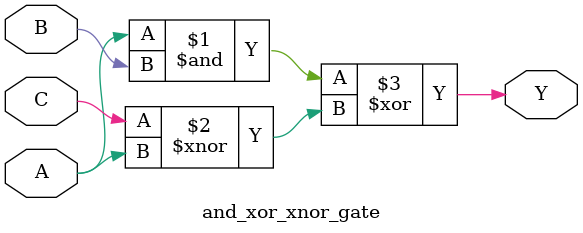
<source format=sv>
module and_xor_xnor_gate (
    input wire A, B, C,   // 输入A, B, C
    output wire Y         // 输出Y
);
    assign Y = (A & B) ^ (C ~^ A);  // 与、异或和同或组合
endmodule

</source>
